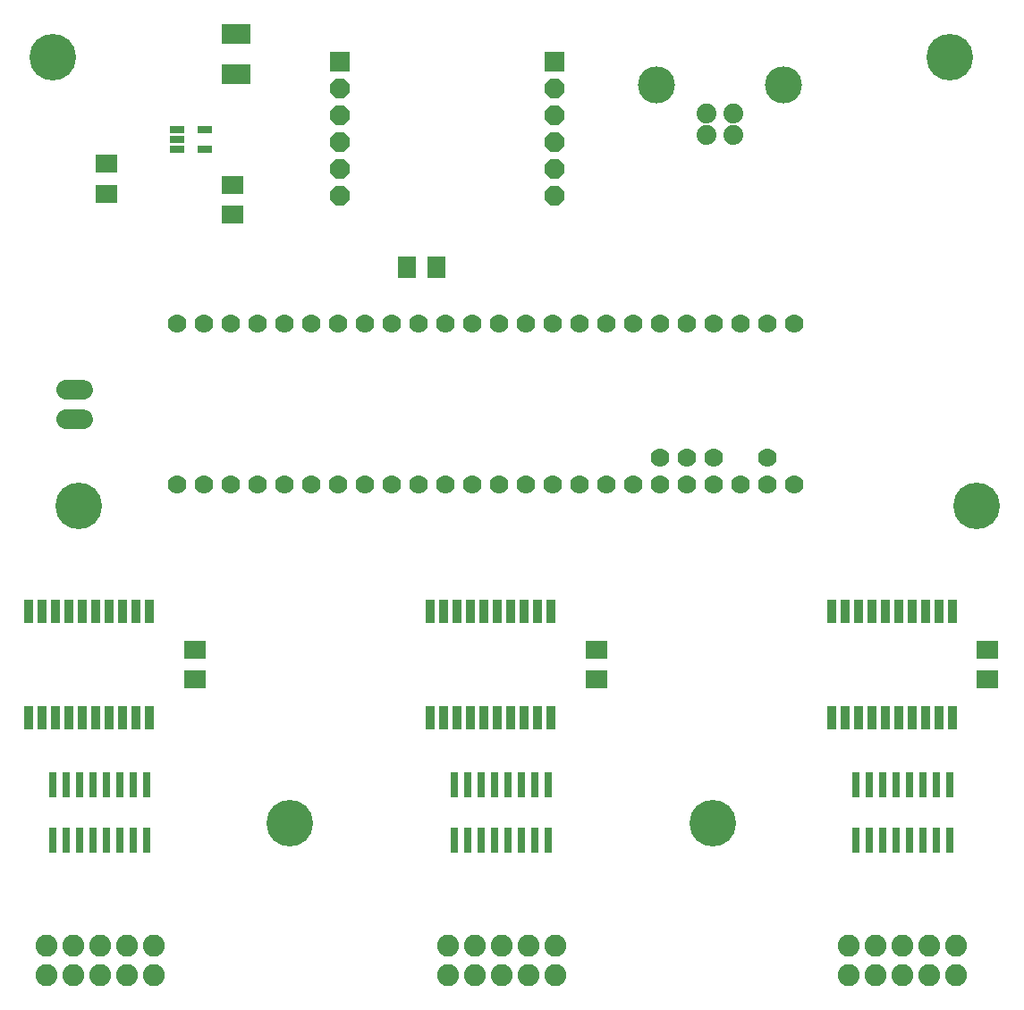
<source format=gts>
G75*
%MOIN*%
%OFA0B0*%
%FSLAX25Y25*%
%IPPOS*%
%LPD*%
%AMOC8*
5,1,8,0,0,1.08239X$1,22.5*
%
%ADD10C,0.17335*%
%ADD11C,0.07000*%
%ADD12C,0.07400*%
%ADD13C,0.13800*%
%ADD14R,0.07400X0.07400*%
%ADD15OC8,0.07400*%
%ADD16R,0.07099X0.07887*%
%ADD17R,0.05524X0.02965*%
%ADD18R,0.07887X0.07099*%
%ADD19R,0.10643X0.07493*%
%ADD20C,0.07200*%
%ADD21R,0.03400X0.08800*%
%ADD22R,0.03162X0.09461*%
%ADD23C,0.08200*%
D10*
X0119110Y0079740D03*
X0040370Y0197850D03*
X0030528Y0365173D03*
X0276591Y0079740D03*
X0375016Y0197850D03*
X0365173Y0365173D03*
D11*
X0306984Y0265882D03*
X0296984Y0265882D03*
X0286984Y0265882D03*
X0276984Y0265882D03*
X0266984Y0265882D03*
X0256984Y0265882D03*
X0246984Y0265882D03*
X0236984Y0265882D03*
X0226984Y0265882D03*
X0216984Y0265882D03*
X0206984Y0265882D03*
X0196984Y0265882D03*
X0186984Y0265882D03*
X0176984Y0265882D03*
X0166984Y0265882D03*
X0156984Y0265882D03*
X0146984Y0265882D03*
X0136984Y0265882D03*
X0126984Y0265882D03*
X0116984Y0265882D03*
X0106984Y0265882D03*
X0096984Y0265882D03*
X0086984Y0265882D03*
X0076984Y0265882D03*
X0076984Y0205882D03*
X0086984Y0205882D03*
X0096984Y0205882D03*
X0106984Y0205882D03*
X0116984Y0205882D03*
X0126984Y0205882D03*
X0136984Y0205882D03*
X0146984Y0205882D03*
X0156984Y0205882D03*
X0166984Y0205882D03*
X0176984Y0205882D03*
X0186984Y0205882D03*
X0196984Y0205882D03*
X0206984Y0205882D03*
X0216984Y0205882D03*
X0226984Y0205882D03*
X0236984Y0205882D03*
X0246984Y0205882D03*
X0256984Y0205882D03*
X0256984Y0215882D03*
X0266984Y0215882D03*
X0276984Y0215882D03*
X0276984Y0205882D03*
X0266984Y0205882D03*
X0286984Y0205882D03*
X0296984Y0205882D03*
X0296984Y0215882D03*
X0306984Y0205882D03*
D12*
X0284189Y0336468D03*
X0284189Y0344268D03*
X0274346Y0344268D03*
X0274346Y0336468D03*
D13*
X0255568Y0354968D03*
X0302968Y0354968D03*
D14*
X0217614Y0363638D03*
X0137614Y0363638D03*
D15*
X0137614Y0353638D03*
X0137614Y0343638D03*
X0137614Y0333638D03*
X0137614Y0323638D03*
X0137614Y0313638D03*
X0217614Y0313638D03*
X0217614Y0323638D03*
X0217614Y0333638D03*
X0217614Y0343638D03*
X0217614Y0353638D03*
D16*
X0173835Y0287102D03*
X0162811Y0287102D03*
D17*
X0087339Y0330921D03*
X0087339Y0338402D03*
X0077102Y0338402D03*
X0077102Y0334661D03*
X0077102Y0330921D03*
D18*
X0097732Y0317614D03*
X0097732Y0306591D03*
X0050803Y0314465D03*
X0050803Y0325488D03*
X0083677Y0144307D03*
X0083677Y0133283D03*
X0233283Y0133283D03*
X0233283Y0144307D03*
X0378953Y0144307D03*
X0378953Y0133283D03*
D19*
X0098953Y0358992D03*
X0098953Y0373953D03*
D20*
X0042074Y0241303D02*
X0035674Y0241303D01*
X0035674Y0230303D02*
X0042074Y0230303D01*
D21*
X0041807Y0158595D03*
X0036807Y0158595D03*
X0031807Y0158595D03*
X0026807Y0158595D03*
X0021807Y0158595D03*
X0046807Y0158595D03*
X0051807Y0158595D03*
X0056807Y0158595D03*
X0061807Y0158595D03*
X0066807Y0158595D03*
X0066807Y0118995D03*
X0061807Y0118995D03*
X0056807Y0118995D03*
X0051807Y0118995D03*
X0046807Y0118995D03*
X0041807Y0118995D03*
X0036807Y0118995D03*
X0031807Y0118995D03*
X0026807Y0118995D03*
X0021807Y0118995D03*
X0171413Y0118995D03*
X0176413Y0118995D03*
X0181413Y0118995D03*
X0186413Y0118995D03*
X0191413Y0118995D03*
X0196413Y0118995D03*
X0201413Y0118995D03*
X0206413Y0118995D03*
X0211413Y0118995D03*
X0216413Y0118995D03*
X0216413Y0158595D03*
X0211413Y0158595D03*
X0206413Y0158595D03*
X0201413Y0158595D03*
X0196413Y0158595D03*
X0191413Y0158595D03*
X0186413Y0158595D03*
X0181413Y0158595D03*
X0176413Y0158595D03*
X0171413Y0158595D03*
X0321020Y0158595D03*
X0326020Y0158595D03*
X0331020Y0158595D03*
X0336020Y0158595D03*
X0341020Y0158595D03*
X0346020Y0158595D03*
X0351020Y0158595D03*
X0356020Y0158595D03*
X0361020Y0158595D03*
X0366020Y0158595D03*
X0366020Y0118995D03*
X0361020Y0118995D03*
X0356020Y0118995D03*
X0351020Y0118995D03*
X0346020Y0118995D03*
X0341020Y0118995D03*
X0336020Y0118995D03*
X0331020Y0118995D03*
X0326020Y0118995D03*
X0321020Y0118995D03*
D22*
X0329957Y0093913D03*
X0334957Y0093913D03*
X0339957Y0093913D03*
X0344957Y0093913D03*
X0349957Y0093913D03*
X0354957Y0093913D03*
X0359957Y0093913D03*
X0364957Y0093913D03*
X0364957Y0073441D03*
X0359957Y0073441D03*
X0354957Y0073441D03*
X0349957Y0073441D03*
X0344957Y0073441D03*
X0339957Y0073441D03*
X0334957Y0073441D03*
X0329957Y0073441D03*
X0215350Y0073441D03*
X0210350Y0073441D03*
X0205350Y0073441D03*
X0200350Y0073441D03*
X0195350Y0073441D03*
X0190350Y0073441D03*
X0185350Y0073441D03*
X0180350Y0073441D03*
X0180350Y0093913D03*
X0185350Y0093913D03*
X0190350Y0093913D03*
X0195350Y0093913D03*
X0200350Y0093913D03*
X0205350Y0093913D03*
X0210350Y0093913D03*
X0215350Y0093913D03*
X0065744Y0093913D03*
X0060744Y0093913D03*
X0055744Y0093913D03*
X0050744Y0093913D03*
X0045744Y0093913D03*
X0040744Y0093913D03*
X0035744Y0093913D03*
X0030744Y0093913D03*
X0030744Y0073441D03*
X0035744Y0073441D03*
X0040744Y0073441D03*
X0045744Y0073441D03*
X0050744Y0073441D03*
X0055744Y0073441D03*
X0060744Y0073441D03*
X0065744Y0073441D03*
D23*
X0028244Y0023059D03*
X0038244Y0023059D03*
X0048244Y0023059D03*
X0058244Y0023059D03*
X0068244Y0023059D03*
X0068244Y0034059D03*
X0058244Y0034059D03*
X0048244Y0034059D03*
X0038244Y0034059D03*
X0028244Y0034059D03*
X0177850Y0034059D03*
X0187850Y0034059D03*
X0197850Y0034059D03*
X0207850Y0034059D03*
X0217850Y0034059D03*
X0217850Y0023059D03*
X0207850Y0023059D03*
X0197850Y0023059D03*
X0187850Y0023059D03*
X0177850Y0023059D03*
X0327457Y0023059D03*
X0337457Y0023059D03*
X0347457Y0023059D03*
X0357457Y0023059D03*
X0367457Y0023059D03*
X0367457Y0034059D03*
X0357457Y0034059D03*
X0347457Y0034059D03*
X0337457Y0034059D03*
X0327457Y0034059D03*
M02*

</source>
